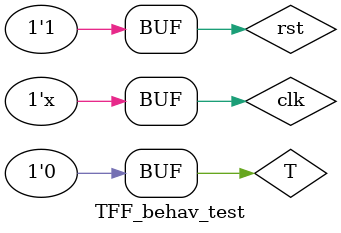
<source format=v>
`timescale 1ns / 1ps


module TFF_behav_test();

reg clk, rst, T;
wire Q;

TFF FF(clk, rst, T, Q);

initial begin
    clk <= 0;
    rst <= 1;
    #10 rst <= 0;
    #10 rst <= 1;
    #80 T <= 1;
    #100 T <= 0;
end

always begin
    #5 clk <= ~clk;
end

endmodule


</source>
